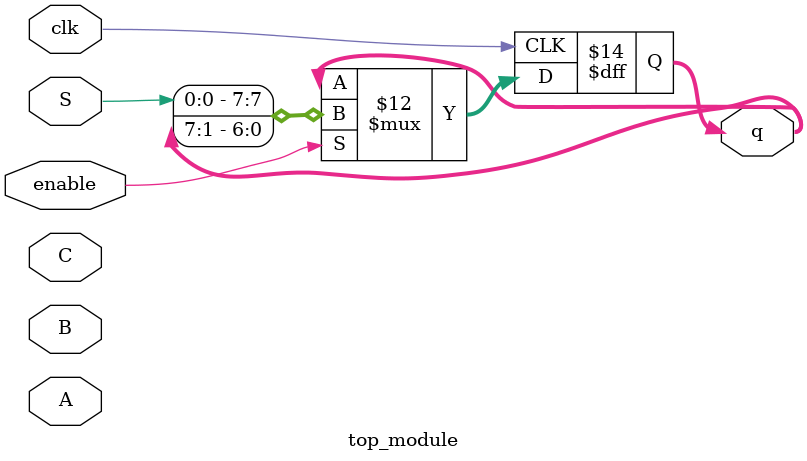
<source format=sv>
module top_module (
    input clk,
    input enable,
    input S,
    input A,
    input B,
    input C,
    output reg [7:0] q
);

always @(posedge clk) begin
    if (enable) begin
        q <= {S, q[7:1]};
    end
end

always @(A or B or C) begin
    case ({A, B, C})
        3'b000: Z = q[0];
        3'b001: Z = q[1];
        3'b010: Z = q[2];
        3'b011: Z = q[3];
        3'b100: Z = q[4];
        3'b101: Z = q[5];
        3'b110: Z = q[6];
        3'b111: Z = q[7];
        default: Z = 1'b0;
    endcase
end

endmodule

</source>
